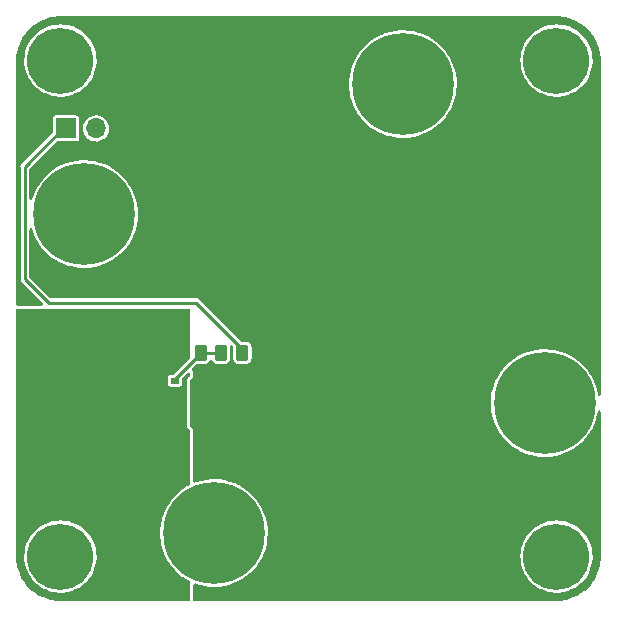
<source format=gbr>
%TF.GenerationSoftware,KiCad,Pcbnew,(6.0.0-rc1-29-g9238b27f63)*%
%TF.CreationDate,2021-12-03T12:51:39+01:00*%
%TF.ProjectId,robolympics_power,726f626f-6c79-46d7-9069-63735f706f77,rev?*%
%TF.SameCoordinates,Original*%
%TF.FileFunction,Copper,L2,Bot*%
%TF.FilePolarity,Positive*%
%FSLAX46Y46*%
G04 Gerber Fmt 4.6, Leading zero omitted, Abs format (unit mm)*
G04 Created by KiCad (PCBNEW (6.0.0-rc1-29-g9238b27f63)) date 2021-12-03 12:51:39*
%MOMM*%
%LPD*%
G01*
G04 APERTURE LIST*
G04 Aperture macros list*
%AMRoundRect*
0 Rectangle with rounded corners*
0 $1 Rounding radius*
0 $2 $3 $4 $5 $6 $7 $8 $9 X,Y pos of 4 corners*
0 Add a 4 corners polygon primitive as box body*
4,1,4,$2,$3,$4,$5,$6,$7,$8,$9,$2,$3,0*
0 Add four circle primitives for the rounded corners*
1,1,$1+$1,$2,$3*
1,1,$1+$1,$4,$5*
1,1,$1+$1,$6,$7*
1,1,$1+$1,$8,$9*
0 Add four rect primitives between the rounded corners*
20,1,$1+$1,$2,$3,$4,$5,0*
20,1,$1+$1,$4,$5,$6,$7,0*
20,1,$1+$1,$6,$7,$8,$9,0*
20,1,$1+$1,$8,$9,$2,$3,0*%
G04 Aperture macros list end*
%TA.AperFunction,ComponentPad*%
%ADD10R,1.700000X1.700000*%
%TD*%
%TA.AperFunction,ComponentPad*%
%ADD11O,1.700000X1.700000*%
%TD*%
%TA.AperFunction,ComponentPad*%
%ADD12C,5.600000*%
%TD*%
%TA.AperFunction,ComponentPad*%
%ADD13C,0.900000*%
%TD*%
%TA.AperFunction,ComponentPad*%
%ADD14C,8.600000*%
%TD*%
%TA.AperFunction,SMDPad,CuDef*%
%ADD15RoundRect,0.250000X-0.262500X-0.450000X0.262500X-0.450000X0.262500X0.450000X-0.262500X0.450000X0*%
%TD*%
%TA.AperFunction,SMDPad,CuDef*%
%ADD16R,0.711200X0.508000*%
%TD*%
%TA.AperFunction,SMDPad,CuDef*%
%ADD17R,4.000000X4.000000*%
%TD*%
%TA.AperFunction,Conductor*%
%ADD18C,0.250000*%
%TD*%
G04 APERTURE END LIST*
D10*
%TO.P,J1,1,Pin_1*%
%TO.N,Net-(J1-Pad1)*%
X154475000Y-84750000D03*
D11*
%TO.P,J1,2,Pin_2*%
%TO.N,GND*%
X157015000Y-84750000D03*
%TD*%
D12*
%TO.P,H10,1,1*%
%TO.N,GND*%
X154000000Y-79000000D03*
%TD*%
D13*
%TO.P,H3,1,1*%
%TO.N,GND*%
X180719581Y-83280419D03*
X183000000Y-84225000D03*
X179775000Y-81000000D03*
X180719581Y-78719581D03*
D14*
X183000000Y-81000000D03*
D13*
X185280419Y-78719581D03*
X183000000Y-77775000D03*
X186225000Y-81000000D03*
X185280419Y-83280419D03*
%TD*%
%TO.P,H4,1,1*%
%TO.N,V_PWR*%
X164719581Y-83280419D03*
X170225000Y-81000000D03*
X163775000Y-81000000D03*
X169280419Y-83280419D03*
X164719581Y-78719581D03*
X167000000Y-77775000D03*
X169280419Y-78719581D03*
D14*
X167000000Y-81000000D03*
D13*
X167000000Y-84225000D03*
%TD*%
D12*
%TO.P,H12,1,1*%
%TO.N,GND*%
X196000000Y-79000000D03*
%TD*%
D13*
%TO.P,H8,1,1*%
%TO.N,V_PWR*%
X179775000Y-119000000D03*
X183000000Y-122225000D03*
X185280419Y-121280419D03*
X183000000Y-115775000D03*
X186225000Y-119000000D03*
X180719581Y-121280419D03*
D14*
X183000000Y-119000000D03*
D13*
X180719581Y-116719581D03*
X185280419Y-116719581D03*
%TD*%
%TO.P,H5,1,1*%
%TO.N,GND*%
X197280419Y-110280419D03*
X198225000Y-108000000D03*
X195000000Y-104775000D03*
X197280419Y-105719581D03*
X191775000Y-108000000D03*
D14*
X195000000Y-108000000D03*
D13*
X192719581Y-105719581D03*
X195000000Y-111225000D03*
X192719581Y-110280419D03*
%TD*%
D12*
%TO.P,H11,1,1*%
%TO.N,GND*%
X154000000Y-121000000D03*
%TD*%
D13*
%TO.P,H6,1,1*%
%TO.N,V_BAT*%
X159225000Y-108000000D03*
X156000000Y-111225000D03*
X152775000Y-108000000D03*
X158280419Y-110280419D03*
X153719581Y-110280419D03*
X158280419Y-105719581D03*
D14*
X156000000Y-108000000D03*
D13*
X153719581Y-105719581D03*
X156000000Y-104775000D03*
%TD*%
D12*
%TO.P,H9,1,1*%
%TO.N,GND*%
X196000000Y-121000000D03*
%TD*%
D13*
%TO.P,H2,1,1*%
%TO.N,V_PWR*%
X198225000Y-92000000D03*
X192719581Y-94280419D03*
X192719581Y-89719581D03*
X197280419Y-89719581D03*
X195000000Y-88775000D03*
X197280419Y-94280419D03*
X195000000Y-95225000D03*
D14*
X195000000Y-92000000D03*
D13*
X191775000Y-92000000D03*
%TD*%
%TO.P,H1,1,1*%
%TO.N,GND*%
X158280419Y-94280419D03*
X158280419Y-89719581D03*
X152775000Y-92000000D03*
X156000000Y-95225000D03*
D14*
X156000000Y-92000000D03*
D13*
X153719581Y-89719581D03*
X156000000Y-88775000D03*
X153719581Y-94280419D03*
X159225000Y-92000000D03*
%TD*%
%TO.P,H7,1,1*%
%TO.N,GND*%
X169280419Y-116719581D03*
X163775000Y-119000000D03*
X170225000Y-119000000D03*
X169280419Y-121280419D03*
X167000000Y-115775000D03*
X167000000Y-122225000D03*
D14*
X167000000Y-119000000D03*
D13*
X164719581Y-121280419D03*
X164719581Y-116719581D03*
%TD*%
D15*
%TO.P,R1,1*%
%TO.N,V_BAT*%
X164087500Y-103750000D03*
%TO.P,R1,2*%
%TO.N,Net-(R1-Pad2)*%
X165912500Y-103750000D03*
%TD*%
D16*
%TO.P,U1,1,1*%
%TO.N,V_BAT*%
X163724999Y-109905000D03*
%TO.P,U1,2,2*%
X163724999Y-108635000D03*
%TO.P,U1,3,3*%
X163724999Y-107365000D03*
%TO.P,U1,4,4*%
%TO.N,Net-(R1-Pad2)*%
X163724999Y-106095000D03*
%TO.P,U1,5,5*%
%TO.N,V_PWR*%
X169275001Y-106095000D03*
%TO.P,U1,6,6*%
X169275001Y-107365000D03*
%TO.P,U1,7,7*%
X169275001Y-108635000D03*
D17*
%TO.P,U1,8,8*%
X167000000Y-108000000D03*
D16*
X169275001Y-109905000D03*
%TD*%
D15*
%TO.P,R2,1*%
%TO.N,Net-(R1-Pad2)*%
X167587500Y-103750000D03*
%TO.P,R2,2*%
%TO.N,Net-(J1-Pad1)*%
X169412500Y-103750000D03*
%TD*%
D18*
%TO.N,Net-(J1-Pad1)*%
X153000000Y-99500000D02*
X165500000Y-99500000D01*
X151000000Y-97500000D02*
X153000000Y-99500000D01*
X169412500Y-103412500D02*
X169412500Y-103750000D01*
X151000000Y-88000000D02*
X151000000Y-97500000D01*
X154250000Y-84750000D02*
X151000000Y-88000000D01*
X154475000Y-84750000D02*
X154250000Y-84750000D01*
X165500000Y-99500000D02*
X169412500Y-103412500D01*
%TO.N,Net-(R1-Pad2)*%
X163724999Y-105937501D02*
X165912500Y-103750000D01*
X163724999Y-106095000D02*
X163724999Y-105937501D01*
X167587500Y-103750000D02*
X165912500Y-103750000D01*
%TD*%
%TA.AperFunction,Conductor*%
%TO.N,V_PWR*%
G36*
X195987153Y-75256421D02*
G01*
X196000000Y-75258976D01*
X196012170Y-75256556D01*
X196024581Y-75256556D01*
X196024581Y-75256560D01*
X196035584Y-75255749D01*
X196246485Y-75266109D01*
X196360994Y-75271735D01*
X196373290Y-75272945D01*
X196724684Y-75325070D01*
X196736805Y-75327480D01*
X196839577Y-75353223D01*
X197081400Y-75413798D01*
X197093232Y-75417387D01*
X197427704Y-75537062D01*
X197439128Y-75541794D01*
X197760258Y-75693677D01*
X197771163Y-75699506D01*
X198075860Y-75882135D01*
X198086141Y-75889005D01*
X198371465Y-76100616D01*
X198381023Y-76108460D01*
X198644235Y-76347021D01*
X198652979Y-76355765D01*
X198891540Y-76618977D01*
X198899384Y-76628535D01*
X199110995Y-76913859D01*
X199117865Y-76924140D01*
X199139900Y-76960903D01*
X199262899Y-77166113D01*
X199300494Y-77228837D01*
X199306323Y-77239742D01*
X199458206Y-77560872D01*
X199462938Y-77572296D01*
X199582613Y-77906768D01*
X199586202Y-77918600D01*
X199630076Y-78093751D01*
X199661073Y-78217495D01*
X199672519Y-78263191D01*
X199674930Y-78275316D01*
X199724142Y-78607071D01*
X199727054Y-78626705D01*
X199728266Y-78639011D01*
X199744251Y-78964416D01*
X199743440Y-78975419D01*
X199743444Y-78975419D01*
X199743444Y-78987830D01*
X199741024Y-79000000D01*
X199743579Y-79012844D01*
X199746000Y-79037425D01*
X199746000Y-107237996D01*
X199725998Y-107306117D01*
X199672342Y-107352610D01*
X199602068Y-107362714D01*
X199537488Y-107333220D01*
X199499104Y-107273494D01*
X199495166Y-107255096D01*
X199484848Y-107179774D01*
X199484461Y-107176947D01*
X199427613Y-106930707D01*
X199392054Y-106776685D01*
X199392053Y-106776683D01*
X199391410Y-106773896D01*
X199262211Y-106380938D01*
X199261080Y-106378323D01*
X199261076Y-106378314D01*
X199159236Y-106142977D01*
X199097930Y-106001306D01*
X198972532Y-105771310D01*
X198901288Y-105640638D01*
X198901284Y-105640631D01*
X198899918Y-105638126D01*
X198758276Y-105426543D01*
X198671397Y-105296764D01*
X198671389Y-105296753D01*
X198669805Y-105294387D01*
X198409484Y-104972918D01*
X198148101Y-104704131D01*
X198123090Y-104678412D01*
X198123086Y-104678408D01*
X198121100Y-104676366D01*
X198118942Y-104674516D01*
X198118932Y-104674507D01*
X197809199Y-104409034D01*
X197809194Y-104409030D01*
X197807025Y-104407171D01*
X197804694Y-104405514D01*
X197804687Y-104405509D01*
X197472181Y-104169210D01*
X197472179Y-104169209D01*
X197469845Y-104167550D01*
X197241001Y-104034359D01*
X197114792Y-103960903D01*
X197114785Y-103960899D01*
X197112336Y-103959474D01*
X197033296Y-103922617D01*
X196740035Y-103785867D01*
X196740025Y-103785863D01*
X196737439Y-103784657D01*
X196734742Y-103783686D01*
X196350931Y-103645505D01*
X196350922Y-103645502D01*
X196348241Y-103644537D01*
X196083215Y-103575503D01*
X195950714Y-103540989D01*
X195950708Y-103540988D01*
X195947945Y-103540268D01*
X195539847Y-103472708D01*
X195537004Y-103472499D01*
X195537002Y-103472499D01*
X195130151Y-103442622D01*
X195127305Y-103442413D01*
X194955690Y-103445408D01*
X194716566Y-103449582D01*
X194716561Y-103449582D01*
X194713715Y-103449632D01*
X194710882Y-103449940D01*
X194710878Y-103449940D01*
X194377391Y-103486168D01*
X194302482Y-103494306D01*
X193896990Y-103576068D01*
X193500577Y-103694243D01*
X193116506Y-103847861D01*
X193113959Y-103849159D01*
X192750482Y-104034359D01*
X192750477Y-104034362D01*
X192747939Y-104035655D01*
X192397909Y-104256081D01*
X192069297Y-104507324D01*
X191764808Y-104787315D01*
X191486949Y-105093751D01*
X191485225Y-105096038D01*
X191485224Y-105096040D01*
X191248190Y-105410595D01*
X191238006Y-105424109D01*
X191200048Y-105485330D01*
X191106786Y-105635747D01*
X191020030Y-105775670D01*
X190834813Y-106145539D01*
X190683880Y-106530673D01*
X190683088Y-106533400D01*
X190683084Y-106533411D01*
X190614010Y-106771167D01*
X190568475Y-106927901D01*
X190489546Y-107333954D01*
X190447744Y-107745489D01*
X190443412Y-108159120D01*
X190476587Y-108571440D01*
X190546995Y-108979057D01*
X190547737Y-108981825D01*
X190637018Y-109315027D01*
X190654056Y-109378615D01*
X190796889Y-109766825D01*
X190798111Y-109769398D01*
X190798112Y-109769401D01*
X190949831Y-110088919D01*
X190974320Y-110140492D01*
X191063486Y-110291264D01*
X191151771Y-110440546D01*
X191184886Y-110496541D01*
X191186548Y-110498845D01*
X191186549Y-110498847D01*
X191390676Y-110781875D01*
X191426855Y-110832039D01*
X191698236Y-111144227D01*
X191996794Y-111430534D01*
X192320072Y-111688604D01*
X192665410Y-111916312D01*
X193029963Y-112111784D01*
X193032602Y-112112904D01*
X193357477Y-112250805D01*
X193410733Y-112273411D01*
X193413471Y-112274290D01*
X193801858Y-112398987D01*
X193801862Y-112398988D01*
X193804584Y-112399862D01*
X193807374Y-112400486D01*
X193807379Y-112400487D01*
X193943351Y-112430880D01*
X194208275Y-112490098D01*
X194618482Y-112543375D01*
X195031830Y-112559254D01*
X195034692Y-112559104D01*
X195034693Y-112559104D01*
X195442060Y-112537755D01*
X195442067Y-112537754D01*
X195444916Y-112537605D01*
X195447739Y-112537198D01*
X195447741Y-112537198D01*
X195851518Y-112479013D01*
X195851525Y-112479012D01*
X195854340Y-112478606D01*
X196256731Y-112382743D01*
X196259429Y-112381835D01*
X196259436Y-112381833D01*
X196646066Y-112251718D01*
X196646072Y-112251716D01*
X196648778Y-112250805D01*
X197027254Y-112083877D01*
X197389043Y-111883334D01*
X197391415Y-111881722D01*
X197728800Y-111652436D01*
X197728806Y-111652432D01*
X197731167Y-111650827D01*
X198050811Y-111388269D01*
X198345342Y-111097821D01*
X198612338Y-110781875D01*
X198849599Y-110443030D01*
X198939224Y-110286537D01*
X199053752Y-110086559D01*
X199055174Y-110084076D01*
X199072625Y-110045961D01*
X199226181Y-109710565D01*
X199227370Y-109707968D01*
X199364769Y-109317801D01*
X199466241Y-108916788D01*
X199495551Y-108731733D01*
X199525964Y-108667580D01*
X199586232Y-108630053D01*
X199657221Y-108631067D01*
X199716393Y-108670300D01*
X199744961Y-108735295D01*
X199746000Y-108751444D01*
X199746000Y-120962575D01*
X199743579Y-120987153D01*
X199741024Y-121000000D01*
X199743444Y-121012170D01*
X199743444Y-121024581D01*
X199743440Y-121024581D01*
X199744251Y-121035584D01*
X199728266Y-121360989D01*
X199727055Y-121373290D01*
X199687572Y-121639461D01*
X199674931Y-121724681D01*
X199672520Y-121736805D01*
X199660682Y-121784064D01*
X199586202Y-122081400D01*
X199582613Y-122093232D01*
X199462938Y-122427704D01*
X199458206Y-122439128D01*
X199338135Y-122692998D01*
X199306323Y-122760258D01*
X199300496Y-122771158D01*
X199224353Y-122898196D01*
X199117865Y-123075860D01*
X199110995Y-123086141D01*
X198899384Y-123371465D01*
X198891540Y-123381023D01*
X198652979Y-123644235D01*
X198644235Y-123652979D01*
X198381023Y-123891540D01*
X198371465Y-123899384D01*
X198086141Y-124110995D01*
X198075860Y-124117865D01*
X197771163Y-124300494D01*
X197760258Y-124306323D01*
X197439128Y-124458206D01*
X197427704Y-124462938D01*
X197093232Y-124582613D01*
X197081400Y-124586202D01*
X196839577Y-124646777D01*
X196736805Y-124672520D01*
X196724684Y-124674930D01*
X196373290Y-124727055D01*
X196360994Y-124728265D01*
X196246485Y-124733891D01*
X196035584Y-124744251D01*
X196024581Y-124743440D01*
X196024581Y-124743444D01*
X196012170Y-124743444D01*
X196000000Y-124741024D01*
X195987153Y-124743579D01*
X195962575Y-124746000D01*
X165380000Y-124746000D01*
X165311879Y-124725998D01*
X165265386Y-124672342D01*
X165254000Y-124620000D01*
X165254000Y-123395878D01*
X165274002Y-123327757D01*
X165327658Y-123281264D01*
X165397932Y-123271160D01*
X165418515Y-123275910D01*
X165577707Y-123327020D01*
X165801858Y-123398987D01*
X165801862Y-123398988D01*
X165804584Y-123399862D01*
X165807374Y-123400486D01*
X165807379Y-123400487D01*
X165943351Y-123430880D01*
X166208275Y-123490098D01*
X166618482Y-123543375D01*
X167031830Y-123559254D01*
X167034692Y-123559104D01*
X167034693Y-123559104D01*
X167442060Y-123537755D01*
X167442067Y-123537754D01*
X167444916Y-123537605D01*
X167447739Y-123537198D01*
X167447741Y-123537198D01*
X167851518Y-123479013D01*
X167851525Y-123479012D01*
X167854340Y-123478606D01*
X168256731Y-123382743D01*
X168259429Y-123381835D01*
X168259436Y-123381833D01*
X168646066Y-123251718D01*
X168646072Y-123251716D01*
X168648778Y-123250805D01*
X169027254Y-123083877D01*
X169389043Y-122883334D01*
X169570144Y-122760258D01*
X169728800Y-122652436D01*
X169728806Y-122652432D01*
X169731167Y-122650827D01*
X170050811Y-122388269D01*
X170345342Y-122097821D01*
X170612338Y-121781875D01*
X170624735Y-121764171D01*
X170712057Y-121639461D01*
X170849599Y-121443030D01*
X170893044Y-121367172D01*
X171053752Y-121086559D01*
X171055174Y-121084076D01*
X171094662Y-120997828D01*
X171113224Y-120957285D01*
X192940985Y-120957285D01*
X192955288Y-121298537D01*
X193007540Y-121636067D01*
X193097091Y-121965669D01*
X193222825Y-122283235D01*
X193224470Y-122286329D01*
X193224471Y-122286331D01*
X193285678Y-122401444D01*
X193383173Y-122584807D01*
X193385163Y-122587713D01*
X193385164Y-122587715D01*
X193574147Y-122863718D01*
X193574152Y-122863724D01*
X193576138Y-122866625D01*
X193578441Y-122869293D01*
X193761325Y-123081166D01*
X193799314Y-123125177D01*
X194049921Y-123357241D01*
X194052747Y-123359324D01*
X194052750Y-123359327D01*
X194108578Y-123400487D01*
X194324833Y-123559924D01*
X194327870Y-123561678D01*
X194327874Y-123561680D01*
X194442444Y-123627827D01*
X194620624Y-123730699D01*
X194743621Y-123784435D01*
X194930388Y-123866032D01*
X194930391Y-123866033D01*
X194933609Y-123867439D01*
X194936966Y-123868478D01*
X194936971Y-123868480D01*
X195072639Y-123910476D01*
X195259885Y-123968438D01*
X195595386Y-124032439D01*
X195850610Y-124052077D01*
X195932434Y-124058373D01*
X195932435Y-124058373D01*
X195935931Y-124058642D01*
X196142793Y-124051418D01*
X196273758Y-124046845D01*
X196273763Y-124046845D01*
X196277273Y-124046722D01*
X196446217Y-124021774D01*
X196611681Y-123997341D01*
X196611686Y-123997340D01*
X196615160Y-123996827D01*
X196618552Y-123995931D01*
X196618556Y-123995930D01*
X196941989Y-123910476D01*
X196941990Y-123910476D01*
X196945380Y-123909580D01*
X197263816Y-123786066D01*
X197566499Y-123627827D01*
X197770691Y-123490098D01*
X197846742Y-123438801D01*
X197846744Y-123438800D01*
X197849658Y-123436834D01*
X197940729Y-123359327D01*
X198107089Y-123217743D01*
X198107090Y-123217742D01*
X198109762Y-123215468D01*
X198231208Y-123086141D01*
X198341159Y-122969056D01*
X198341163Y-122969051D01*
X198343570Y-122966488D01*
X198345675Y-122963674D01*
X198345681Y-122963667D01*
X198546058Y-122695817D01*
X198548167Y-122692998D01*
X198721003Y-122398406D01*
X198853935Y-122099835D01*
X198858492Y-122089600D01*
X198858494Y-122089595D01*
X198859924Y-122086383D01*
X198963199Y-121760820D01*
X199029540Y-121425774D01*
X199058120Y-121085421D01*
X199058176Y-121081477D01*
X199059283Y-121002178D01*
X199059283Y-121002166D01*
X199059313Y-121000000D01*
X199057915Y-120974983D01*
X199040443Y-120662491D01*
X199040247Y-120658982D01*
X198983287Y-120322214D01*
X198889143Y-119993894D01*
X198843365Y-119882829D01*
X198760326Y-119681359D01*
X198760322Y-119681351D01*
X198758988Y-119678114D01*
X198594445Y-119378811D01*
X198571168Y-119345813D01*
X198399595Y-119102594D01*
X198399594Y-119102593D01*
X198397564Y-119099715D01*
X198170799Y-118844303D01*
X197916977Y-118615761D01*
X197879916Y-118589228D01*
X197642129Y-118418989D01*
X197642122Y-118418985D01*
X197639262Y-118416937D01*
X197341115Y-118250308D01*
X197026251Y-118117951D01*
X197022882Y-118116960D01*
X197022878Y-118116958D01*
X196890990Y-118078141D01*
X196698597Y-118021517D01*
X196695138Y-118020907D01*
X196695129Y-118020905D01*
X196462591Y-117979903D01*
X196362235Y-117962208D01*
X196283811Y-117957274D01*
X196024876Y-117940983D01*
X196024870Y-117940983D01*
X196021358Y-117940762D01*
X195941603Y-117944663D01*
X195683722Y-117957274D01*
X195683713Y-117957275D01*
X195680215Y-117957446D01*
X195676747Y-117958008D01*
X195676744Y-117958008D01*
X195346532Y-118011491D01*
X195346529Y-118011492D01*
X195343057Y-118012054D01*
X195339670Y-118013000D01*
X195339664Y-118013001D01*
X195068941Y-118088589D01*
X195014088Y-118103904D01*
X194975947Y-118119314D01*
X194700672Y-118230532D01*
X194700668Y-118230534D01*
X194697408Y-118231851D01*
X194694321Y-118233520D01*
X194694317Y-118233522D01*
X194665793Y-118248945D01*
X194396963Y-118394301D01*
X194116499Y-118589228D01*
X194113857Y-118591541D01*
X194113853Y-118591544D01*
X194083498Y-118618118D01*
X193859511Y-118814204D01*
X193629202Y-119066425D01*
X193428444Y-119342745D01*
X193426702Y-119345811D01*
X193426701Y-119345813D01*
X193407956Y-119378811D01*
X193259737Y-119639722D01*
X193125186Y-119953653D01*
X193026467Y-120280627D01*
X192964811Y-120616566D01*
X192940985Y-120957285D01*
X171113224Y-120957285D01*
X171226181Y-120710565D01*
X171227370Y-120707968D01*
X171364769Y-120317801D01*
X171373298Y-120284094D01*
X171465538Y-119919567D01*
X171465539Y-119919563D01*
X171466241Y-119916788D01*
X171530951Y-119508228D01*
X171558365Y-119095484D01*
X171559365Y-119000000D01*
X171540600Y-118586773D01*
X171484461Y-118176947D01*
X171471156Y-118119314D01*
X171392054Y-117776685D01*
X171392053Y-117776683D01*
X171391410Y-117773896D01*
X171262211Y-117380938D01*
X171261080Y-117378323D01*
X171261076Y-117378314D01*
X171180070Y-117191122D01*
X171097930Y-117001306D01*
X170899918Y-116638126D01*
X170818639Y-116516713D01*
X170671397Y-116296764D01*
X170671389Y-116296753D01*
X170669805Y-116294387D01*
X170409484Y-115972918D01*
X170121100Y-115676366D01*
X170118942Y-115674516D01*
X170118932Y-115674507D01*
X169809199Y-115409034D01*
X169809194Y-115409030D01*
X169807025Y-115407171D01*
X169804694Y-115405514D01*
X169804687Y-115405509D01*
X169472181Y-115169210D01*
X169472179Y-115169209D01*
X169469845Y-115167550D01*
X169467376Y-115166113D01*
X169114792Y-114960903D01*
X169114785Y-114960899D01*
X169112336Y-114959474D01*
X169033296Y-114922617D01*
X168740035Y-114785867D01*
X168740025Y-114785863D01*
X168737439Y-114784657D01*
X168734742Y-114783686D01*
X168350931Y-114645505D01*
X168350922Y-114645502D01*
X168348241Y-114644537D01*
X168083215Y-114575503D01*
X167950714Y-114540989D01*
X167950708Y-114540988D01*
X167947945Y-114540268D01*
X167539847Y-114472708D01*
X167537004Y-114472499D01*
X167537002Y-114472499D01*
X167130151Y-114442622D01*
X167127305Y-114442413D01*
X166955690Y-114445408D01*
X166716566Y-114449582D01*
X166716561Y-114449582D01*
X166713715Y-114449632D01*
X166710882Y-114449940D01*
X166710878Y-114449940D01*
X166377391Y-114486168D01*
X166302482Y-114494306D01*
X165896990Y-114576068D01*
X165500577Y-114694243D01*
X165426792Y-114723755D01*
X165356115Y-114730481D01*
X165293021Y-114697929D01*
X165257542Y-114636433D01*
X165254000Y-114606766D01*
X165254000Y-110362436D01*
X165242395Y-110286537D01*
X165219894Y-110214677D01*
X165200432Y-110168851D01*
X165178790Y-110142953D01*
X165140849Y-110097553D01*
X165140847Y-110097551D01*
X165136880Y-110092804D01*
X165081600Y-110048255D01*
X165061202Y-110036151D01*
X165012826Y-109984186D01*
X164999501Y-109927792D01*
X164999500Y-106071706D01*
X165019502Y-106003585D01*
X165060241Y-105963923D01*
X165085097Y-105948874D01*
X165142878Y-105900586D01*
X165177773Y-105865063D01*
X165223709Y-105777246D01*
X165243711Y-105709125D01*
X165254000Y-105637565D01*
X165254000Y-105503384D01*
X165253838Y-105494319D01*
X165253517Y-105485330D01*
X165237664Y-105405630D01*
X165212853Y-105339110D01*
X165193312Y-105298267D01*
X165187292Y-105291565D01*
X165187288Y-105291559D01*
X165134762Y-105233083D01*
X165104121Y-105169039D01*
X165112970Y-105098596D01*
X165139404Y-105059790D01*
X165462545Y-104736649D01*
X165524857Y-104702623D01*
X165565248Y-104700481D01*
X165584966Y-104702623D01*
X165602244Y-104704500D01*
X166222756Y-104704500D01*
X166240034Y-104702623D01*
X166276597Y-104698651D01*
X166276598Y-104698651D01*
X166284448Y-104697798D01*
X166291841Y-104695026D01*
X166291843Y-104695026D01*
X166336161Y-104678412D01*
X166419764Y-104647071D01*
X166426943Y-104641691D01*
X166426946Y-104641689D01*
X166528224Y-104565785D01*
X166535404Y-104560404D01*
X166576492Y-104505580D01*
X166616689Y-104451946D01*
X166616691Y-104451943D01*
X166622071Y-104444764D01*
X166632018Y-104418230D01*
X166674659Y-104361465D01*
X166741220Y-104336765D01*
X166810569Y-104351972D01*
X166860688Y-104402258D01*
X166867982Y-104418230D01*
X166877929Y-104444764D01*
X166883309Y-104451943D01*
X166883311Y-104451946D01*
X166923508Y-104505580D01*
X166964596Y-104560404D01*
X166971776Y-104565785D01*
X167073054Y-104641689D01*
X167073057Y-104641691D01*
X167080236Y-104647071D01*
X167163839Y-104678412D01*
X167208157Y-104695026D01*
X167208159Y-104695026D01*
X167215552Y-104697798D01*
X167223402Y-104698651D01*
X167223403Y-104698651D01*
X167259966Y-104702623D01*
X167277244Y-104704500D01*
X167897756Y-104704500D01*
X167915034Y-104702623D01*
X167951597Y-104698651D01*
X167951598Y-104698651D01*
X167959448Y-104697798D01*
X167966841Y-104695026D01*
X167966843Y-104695026D01*
X168011161Y-104678412D01*
X168094764Y-104647071D01*
X168101943Y-104641691D01*
X168101946Y-104641689D01*
X168203224Y-104565785D01*
X168210404Y-104560404D01*
X168251492Y-104505580D01*
X168291689Y-104451946D01*
X168291691Y-104451943D01*
X168297071Y-104444764D01*
X168331857Y-104351972D01*
X168345026Y-104316843D01*
X168345026Y-104316841D01*
X168347798Y-104309448D01*
X168354500Y-104247756D01*
X168354500Y-103252244D01*
X168349139Y-103202894D01*
X168361667Y-103133011D01*
X168409988Y-103080996D01*
X168478760Y-103063361D01*
X168546148Y-103085707D01*
X168563497Y-103100191D01*
X168609676Y-103146370D01*
X168643702Y-103208682D01*
X168645653Y-103245428D01*
X168646053Y-103245450D01*
X168645869Y-103248847D01*
X168645500Y-103252244D01*
X168645500Y-104247756D01*
X168652202Y-104309448D01*
X168654974Y-104316841D01*
X168654974Y-104316843D01*
X168668143Y-104351972D01*
X168702929Y-104444764D01*
X168708309Y-104451943D01*
X168708311Y-104451946D01*
X168748508Y-104505580D01*
X168789596Y-104560404D01*
X168796776Y-104565785D01*
X168898054Y-104641689D01*
X168898057Y-104641691D01*
X168905236Y-104647071D01*
X168988839Y-104678412D01*
X169033157Y-104695026D01*
X169033159Y-104695026D01*
X169040552Y-104697798D01*
X169048402Y-104698651D01*
X169048403Y-104698651D01*
X169084966Y-104702623D01*
X169102244Y-104704500D01*
X169722756Y-104704500D01*
X169740034Y-104702623D01*
X169776597Y-104698651D01*
X169776598Y-104698651D01*
X169784448Y-104697798D01*
X169791841Y-104695026D01*
X169791843Y-104695026D01*
X169836161Y-104678412D01*
X169919764Y-104647071D01*
X169926943Y-104641691D01*
X169926946Y-104641689D01*
X170028224Y-104565785D01*
X170035404Y-104560404D01*
X170076492Y-104505580D01*
X170116689Y-104451946D01*
X170116691Y-104451943D01*
X170122071Y-104444764D01*
X170156857Y-104351972D01*
X170170026Y-104316843D01*
X170170026Y-104316841D01*
X170172798Y-104309448D01*
X170179500Y-104247756D01*
X170179500Y-103252244D01*
X170172798Y-103190552D01*
X170162558Y-103163235D01*
X170151227Y-103133011D01*
X170122071Y-103055236D01*
X170116691Y-103048057D01*
X170116689Y-103048054D01*
X170040785Y-102946776D01*
X170035404Y-102939596D01*
X170014977Y-102924287D01*
X169926946Y-102858311D01*
X169926943Y-102858309D01*
X169919764Y-102852929D01*
X169824112Y-102817071D01*
X169791843Y-102804974D01*
X169791841Y-102804974D01*
X169784448Y-102802202D01*
X169776598Y-102801349D01*
X169776597Y-102801349D01*
X169726153Y-102795869D01*
X169726152Y-102795869D01*
X169722756Y-102795500D01*
X169384384Y-102795500D01*
X169316263Y-102775498D01*
X169295289Y-102758595D01*
X165806478Y-99269784D01*
X165791336Y-99251036D01*
X165790221Y-99249811D01*
X165784571Y-99241060D01*
X165776393Y-99234613D01*
X165776391Y-99234611D01*
X165758200Y-99220271D01*
X165753759Y-99216325D01*
X165753697Y-99216398D01*
X165749733Y-99213039D01*
X165746056Y-99209362D01*
X165730308Y-99198108D01*
X165725638Y-99194602D01*
X165685353Y-99162844D01*
X165676719Y-99159812D01*
X165669266Y-99154486D01*
X165620150Y-99139797D01*
X165614508Y-99137964D01*
X165573633Y-99123610D01*
X165573632Y-99123610D01*
X165566149Y-99120982D01*
X165560584Y-99120500D01*
X165557876Y-99120500D01*
X165555242Y-99120386D01*
X165555144Y-99120357D01*
X165555151Y-99120193D01*
X165554447Y-99120149D01*
X165548222Y-99118287D01*
X165494365Y-99120403D01*
X165489418Y-99120500D01*
X153209384Y-99120500D01*
X153141263Y-99100498D01*
X153120289Y-99083595D01*
X151416405Y-97379711D01*
X151382379Y-97317399D01*
X151379500Y-97290616D01*
X151379500Y-93311024D01*
X151399502Y-93242903D01*
X151453158Y-93196410D01*
X151523432Y-93186306D01*
X151588012Y-93215800D01*
X151627207Y-93278413D01*
X151654056Y-93378615D01*
X151796889Y-93766825D01*
X151798111Y-93769398D01*
X151798112Y-93769401D01*
X151973091Y-94137904D01*
X151974320Y-94140492D01*
X152092755Y-94340756D01*
X152151771Y-94440546D01*
X152184886Y-94496541D01*
X152186548Y-94498845D01*
X152186549Y-94498847D01*
X152390676Y-94781875D01*
X152426855Y-94832039D01*
X152698236Y-95144227D01*
X152996794Y-95430534D01*
X153320072Y-95688604D01*
X153665410Y-95916312D01*
X154029963Y-96111784D01*
X154032602Y-96112904D01*
X154357477Y-96250805D01*
X154410733Y-96273411D01*
X154413471Y-96274290D01*
X154801858Y-96398987D01*
X154801862Y-96398988D01*
X154804584Y-96399862D01*
X154807374Y-96400486D01*
X154807379Y-96400487D01*
X154943351Y-96430880D01*
X155208275Y-96490098D01*
X155618482Y-96543375D01*
X156031830Y-96559254D01*
X156034692Y-96559104D01*
X156034693Y-96559104D01*
X156442060Y-96537755D01*
X156442067Y-96537754D01*
X156444916Y-96537605D01*
X156447739Y-96537198D01*
X156447741Y-96537198D01*
X156851518Y-96479013D01*
X156851525Y-96479012D01*
X156854340Y-96478606D01*
X157256731Y-96382743D01*
X157259429Y-96381835D01*
X157259436Y-96381833D01*
X157646066Y-96251718D01*
X157646072Y-96251716D01*
X157648778Y-96250805D01*
X158027254Y-96083877D01*
X158389043Y-95883334D01*
X158391415Y-95881722D01*
X158728800Y-95652436D01*
X158728806Y-95652432D01*
X158731167Y-95650827D01*
X159050811Y-95388269D01*
X159345342Y-95097821D01*
X159612338Y-94781875D01*
X159849599Y-94443030D01*
X160055174Y-94084076D01*
X160227370Y-93707968D01*
X160364769Y-93317801D01*
X160466241Y-92916788D01*
X160530951Y-92508228D01*
X160537647Y-92407412D01*
X160558249Y-92097235D01*
X160558249Y-92097224D01*
X160558365Y-92095484D01*
X160559365Y-92000000D01*
X160540600Y-91586773D01*
X160484461Y-91176947D01*
X160391410Y-90773896D01*
X160262211Y-90380938D01*
X160261080Y-90378323D01*
X160261076Y-90378314D01*
X160159236Y-90142977D01*
X160097930Y-90001306D01*
X159899918Y-89638126D01*
X159758276Y-89426543D01*
X159671397Y-89296764D01*
X159671389Y-89296753D01*
X159669805Y-89294387D01*
X159409484Y-88972918D01*
X159121100Y-88676366D01*
X159118942Y-88674516D01*
X159118932Y-88674507D01*
X158809199Y-88409034D01*
X158809194Y-88409030D01*
X158807025Y-88407171D01*
X158804694Y-88405514D01*
X158804687Y-88405509D01*
X158472181Y-88169210D01*
X158472179Y-88169209D01*
X158469845Y-88167550D01*
X158241001Y-88034359D01*
X158114792Y-87960903D01*
X158114785Y-87960899D01*
X158112336Y-87959474D01*
X157941569Y-87879844D01*
X157740035Y-87785867D01*
X157740025Y-87785863D01*
X157737439Y-87784657D01*
X157663863Y-87758168D01*
X157350931Y-87645505D01*
X157350922Y-87645502D01*
X157348241Y-87644537D01*
X157083215Y-87575503D01*
X156950714Y-87540989D01*
X156950708Y-87540988D01*
X156947945Y-87540268D01*
X156539847Y-87472708D01*
X156537004Y-87472499D01*
X156537002Y-87472499D01*
X156130151Y-87442622D01*
X156127305Y-87442413D01*
X155955690Y-87445408D01*
X155716566Y-87449582D01*
X155716561Y-87449582D01*
X155713715Y-87449632D01*
X155710882Y-87449940D01*
X155710878Y-87449940D01*
X155377391Y-87486168D01*
X155302482Y-87494306D01*
X154896990Y-87576068D01*
X154500577Y-87694243D01*
X154116506Y-87847861D01*
X154042651Y-87885492D01*
X153750482Y-88034359D01*
X153750477Y-88034362D01*
X153747939Y-88035655D01*
X153397909Y-88256081D01*
X153069297Y-88507324D01*
X152764808Y-88787315D01*
X152486949Y-89093751D01*
X152238006Y-89424109D01*
X152236497Y-89426543D01*
X152106786Y-89635747D01*
X152020030Y-89775670D01*
X151834813Y-90145539D01*
X151683880Y-90530673D01*
X151683088Y-90533400D01*
X151683084Y-90533411D01*
X151626497Y-90728187D01*
X151588284Y-90788022D01*
X151523788Y-90817700D01*
X151453485Y-90807797D01*
X151399697Y-90761457D01*
X151379500Y-90693034D01*
X151379500Y-88209384D01*
X151399502Y-88141263D01*
X151416405Y-88120289D01*
X153645289Y-85891405D01*
X153707601Y-85857379D01*
X153734384Y-85854500D01*
X155173248Y-85854499D01*
X155350066Y-85854499D01*
X155385818Y-85847388D01*
X155412126Y-85842156D01*
X155412128Y-85842155D01*
X155424301Y-85839734D01*
X155434621Y-85832839D01*
X155434622Y-85832838D01*
X155498168Y-85790377D01*
X155508484Y-85783484D01*
X155564734Y-85699301D01*
X155579500Y-85625067D01*
X155579499Y-84720964D01*
X155906148Y-84720964D01*
X155919424Y-84923522D01*
X155920845Y-84929118D01*
X155920846Y-84929123D01*
X155967971Y-85114674D01*
X155969392Y-85120269D01*
X155971809Y-85125512D01*
X156009010Y-85206208D01*
X156054377Y-85304616D01*
X156171533Y-85470389D01*
X156175675Y-85474424D01*
X156179968Y-85478606D01*
X156316938Y-85612035D01*
X156485720Y-85724812D01*
X156491023Y-85727090D01*
X156491026Y-85727092D01*
X156622283Y-85783484D01*
X156672228Y-85804942D01*
X156745244Y-85821464D01*
X156864579Y-85848467D01*
X156864584Y-85848468D01*
X156870216Y-85849742D01*
X156875987Y-85849969D01*
X156875989Y-85849969D01*
X156935756Y-85852317D01*
X157073053Y-85857712D01*
X157180341Y-85842156D01*
X157268231Y-85829413D01*
X157268236Y-85829412D01*
X157273945Y-85828584D01*
X157279409Y-85826729D01*
X157279414Y-85826728D01*
X157460693Y-85765192D01*
X157460698Y-85765190D01*
X157466165Y-85763334D01*
X157643276Y-85664147D01*
X157682969Y-85631135D01*
X157794913Y-85538031D01*
X157799345Y-85534345D01*
X157836665Y-85489473D01*
X157925453Y-85382718D01*
X157925455Y-85382715D01*
X157929147Y-85378276D01*
X158028334Y-85201165D01*
X158030190Y-85195698D01*
X158030192Y-85195693D01*
X158091728Y-85014414D01*
X158091729Y-85014409D01*
X158093584Y-85008945D01*
X158094412Y-85003236D01*
X158094413Y-85003231D01*
X158122179Y-84811727D01*
X158122712Y-84808053D01*
X158124232Y-84750000D01*
X158105658Y-84547859D01*
X158104090Y-84542299D01*
X158052125Y-84358046D01*
X158052124Y-84358044D01*
X158050557Y-84352487D01*
X158039978Y-84331033D01*
X157963331Y-84175609D01*
X157960776Y-84170428D01*
X157839320Y-84007779D01*
X157690258Y-83869987D01*
X157685375Y-83866906D01*
X157685371Y-83866903D01*
X157523464Y-83764748D01*
X157518581Y-83761667D01*
X157330039Y-83686446D01*
X157324379Y-83685320D01*
X157324375Y-83685319D01*
X157136613Y-83647971D01*
X157136610Y-83647971D01*
X157130946Y-83646844D01*
X157125171Y-83646768D01*
X157125167Y-83646768D01*
X157023793Y-83645441D01*
X156927971Y-83644187D01*
X156922274Y-83645166D01*
X156922273Y-83645166D01*
X156834397Y-83660266D01*
X156727910Y-83678564D01*
X156537463Y-83748824D01*
X156363010Y-83852612D01*
X156358670Y-83856418D01*
X156358666Y-83856421D01*
X156214733Y-83982648D01*
X156210392Y-83986455D01*
X156084720Y-84145869D01*
X156082031Y-84150980D01*
X156082029Y-84150983D01*
X156069073Y-84175609D01*
X155990203Y-84325515D01*
X155930007Y-84519378D01*
X155906148Y-84720964D01*
X155579499Y-84720964D01*
X155579499Y-83874934D01*
X155571397Y-83834199D01*
X155567156Y-83812874D01*
X155567155Y-83812872D01*
X155564734Y-83800699D01*
X155550585Y-83779523D01*
X155515377Y-83726832D01*
X155508484Y-83716516D01*
X155424301Y-83660266D01*
X155350067Y-83645500D01*
X154475142Y-83645500D01*
X153599934Y-83645501D01*
X153564182Y-83652612D01*
X153537874Y-83657844D01*
X153537872Y-83657845D01*
X153525699Y-83660266D01*
X153515379Y-83667161D01*
X153515378Y-83667162D01*
X153454985Y-83707516D01*
X153441516Y-83716516D01*
X153385266Y-83800699D01*
X153370500Y-83874933D01*
X153370500Y-83881120D01*
X153370501Y-85040615D01*
X153350499Y-85108736D01*
X153333596Y-85129710D01*
X150769784Y-87693522D01*
X150751036Y-87708664D01*
X150749811Y-87709779D01*
X150741060Y-87715429D01*
X150734613Y-87723607D01*
X150734611Y-87723609D01*
X150720271Y-87741800D01*
X150716325Y-87746241D01*
X150716398Y-87746303D01*
X150713039Y-87750267D01*
X150709362Y-87753944D01*
X150698108Y-87769692D01*
X150694602Y-87774362D01*
X150662844Y-87814647D01*
X150659812Y-87823281D01*
X150654486Y-87830734D01*
X150651501Y-87840715D01*
X150639799Y-87879844D01*
X150637964Y-87885492D01*
X150620982Y-87933851D01*
X150620500Y-87939416D01*
X150620500Y-87942124D01*
X150620386Y-87944758D01*
X150620357Y-87944856D01*
X150620193Y-87944849D01*
X150620149Y-87945553D01*
X150618287Y-87951778D01*
X150618696Y-87962183D01*
X150620403Y-88005635D01*
X150620500Y-88010582D01*
X150620500Y-97446080D01*
X150617951Y-97470028D01*
X150617872Y-97471693D01*
X150615680Y-97481876D01*
X150616904Y-97492217D01*
X150619627Y-97515223D01*
X150619977Y-97521154D01*
X150620072Y-97521146D01*
X150620500Y-97526324D01*
X150620500Y-97531524D01*
X150621354Y-97536653D01*
X150621354Y-97536656D01*
X150623669Y-97550565D01*
X150624506Y-97556443D01*
X150630530Y-97607341D01*
X150634493Y-97615593D01*
X150635996Y-97624626D01*
X150640943Y-97633795D01*
X150640944Y-97633797D01*
X150660334Y-97669732D01*
X150663031Y-97675025D01*
X150681785Y-97714082D01*
X150681788Y-97714086D01*
X150685219Y-97721232D01*
X150688814Y-97725508D01*
X150690737Y-97727431D01*
X150692509Y-97729363D01*
X150692552Y-97729442D01*
X150692428Y-97729555D01*
X150692904Y-97730095D01*
X150695990Y-97735814D01*
X150703635Y-97742881D01*
X150735586Y-97772416D01*
X150739152Y-97775846D01*
X152494211Y-99530905D01*
X152528237Y-99593217D01*
X152523172Y-99664032D01*
X152480625Y-99720868D01*
X152414105Y-99745679D01*
X152405116Y-99746000D01*
X150380000Y-99746000D01*
X150311879Y-99725998D01*
X150265386Y-99672342D01*
X150254000Y-99620000D01*
X150254000Y-79037425D01*
X150256421Y-79012844D01*
X150258976Y-79000000D01*
X150256556Y-78987830D01*
X150256556Y-78975419D01*
X150256560Y-78975419D01*
X150255749Y-78964416D01*
X150256099Y-78957285D01*
X150940985Y-78957285D01*
X150955288Y-79298537D01*
X151007540Y-79636067D01*
X151097091Y-79965669D01*
X151222825Y-80283235D01*
X151224470Y-80286329D01*
X151224471Y-80286331D01*
X151285678Y-80401444D01*
X151383173Y-80584807D01*
X151385163Y-80587713D01*
X151385164Y-80587715D01*
X151574147Y-80863718D01*
X151574152Y-80863724D01*
X151576138Y-80866625D01*
X151578441Y-80869293D01*
X151773684Y-81095484D01*
X151799314Y-81125177D01*
X152049921Y-81357241D01*
X152324833Y-81559924D01*
X152327870Y-81561678D01*
X152327874Y-81561680D01*
X152442444Y-81627827D01*
X152620624Y-81730699D01*
X152743621Y-81784435D01*
X152930388Y-81866032D01*
X152930391Y-81866033D01*
X152933609Y-81867439D01*
X152936966Y-81868478D01*
X152936971Y-81868480D01*
X153256525Y-81967398D01*
X153259885Y-81968438D01*
X153595386Y-82032439D01*
X153850610Y-82052077D01*
X153932434Y-82058373D01*
X153932435Y-82058373D01*
X153935931Y-82058642D01*
X154142793Y-82051418D01*
X154273758Y-82046845D01*
X154273763Y-82046845D01*
X154277273Y-82046722D01*
X154446216Y-82021775D01*
X154611681Y-81997341D01*
X154611686Y-81997340D01*
X154615160Y-81996827D01*
X154618552Y-81995931D01*
X154618556Y-81995930D01*
X154941989Y-81910476D01*
X154941990Y-81910476D01*
X154945380Y-81909580D01*
X155263816Y-81786066D01*
X155566499Y-81627827D01*
X155849658Y-81436834D01*
X155940729Y-81359327D01*
X156107089Y-81217743D01*
X156107090Y-81217742D01*
X156109762Y-81215468D01*
X156162677Y-81159120D01*
X178443412Y-81159120D01*
X178443641Y-81161965D01*
X178443641Y-81161968D01*
X178475802Y-81561680D01*
X178476587Y-81571440D01*
X178546995Y-81979057D01*
X178551894Y-81997341D01*
X178637018Y-82315027D01*
X178654056Y-82378615D01*
X178796889Y-82766825D01*
X178798111Y-82769398D01*
X178798112Y-82769401D01*
X178973091Y-83137904D01*
X178974320Y-83140492D01*
X179092755Y-83340756D01*
X179151771Y-83440546D01*
X179184886Y-83496541D01*
X179186548Y-83498845D01*
X179186549Y-83498847D01*
X179413033Y-83812874D01*
X179426855Y-83832039D01*
X179698236Y-84144227D01*
X179996794Y-84430534D01*
X180320072Y-84688604D01*
X180665410Y-84916312D01*
X181029963Y-85111784D01*
X181072194Y-85129710D01*
X181357477Y-85250805D01*
X181410733Y-85273411D01*
X181413471Y-85274290D01*
X181801858Y-85398987D01*
X181801862Y-85398988D01*
X181804584Y-85399862D01*
X181807374Y-85400486D01*
X181807379Y-85400487D01*
X181943351Y-85430880D01*
X182208275Y-85490098D01*
X182618482Y-85543375D01*
X183031830Y-85559254D01*
X183034692Y-85559104D01*
X183034693Y-85559104D01*
X183442060Y-85537755D01*
X183442067Y-85537754D01*
X183444916Y-85537605D01*
X183447739Y-85537198D01*
X183447741Y-85537198D01*
X183851518Y-85479013D01*
X183851525Y-85479012D01*
X183854340Y-85478606D01*
X184256731Y-85382743D01*
X184259429Y-85381835D01*
X184259436Y-85381833D01*
X184646066Y-85251718D01*
X184646072Y-85251716D01*
X184648778Y-85250805D01*
X185027254Y-85083877D01*
X185389043Y-84883334D01*
X185499816Y-84808053D01*
X185728800Y-84652436D01*
X185728806Y-84652432D01*
X185731167Y-84650827D01*
X186050811Y-84388269D01*
X186345342Y-84097821D01*
X186612338Y-83781875D01*
X186633414Y-83751776D01*
X186685362Y-83677585D01*
X186849599Y-83443030D01*
X187055174Y-83084076D01*
X187227370Y-82707968D01*
X187364769Y-82317801D01*
X187365471Y-82315027D01*
X187465538Y-81919567D01*
X187465539Y-81919563D01*
X187466241Y-81916788D01*
X187467584Y-81908312D01*
X187530505Y-81511043D01*
X187530951Y-81508228D01*
X187553949Y-81161968D01*
X187558249Y-81097235D01*
X187558249Y-81097224D01*
X187558365Y-81095484D01*
X187559365Y-81000000D01*
X187540600Y-80586773D01*
X187484461Y-80176947D01*
X187464296Y-80089600D01*
X187392054Y-79776685D01*
X187392053Y-79776683D01*
X187391410Y-79773896D01*
X187276953Y-79425774D01*
X187263106Y-79383660D01*
X187263106Y-79383659D01*
X187262211Y-79380938D01*
X187261080Y-79378323D01*
X187261076Y-79378314D01*
X187135275Y-79087605D01*
X187097930Y-79001306D01*
X187073929Y-78957285D01*
X192940985Y-78957285D01*
X192955288Y-79298537D01*
X193007540Y-79636067D01*
X193097091Y-79965669D01*
X193222825Y-80283235D01*
X193224470Y-80286329D01*
X193224471Y-80286331D01*
X193285678Y-80401444D01*
X193383173Y-80584807D01*
X193385163Y-80587713D01*
X193385164Y-80587715D01*
X193574147Y-80863718D01*
X193574152Y-80863724D01*
X193576138Y-80866625D01*
X193578441Y-80869293D01*
X193773684Y-81095484D01*
X193799314Y-81125177D01*
X194049921Y-81357241D01*
X194324833Y-81559924D01*
X194327870Y-81561678D01*
X194327874Y-81561680D01*
X194442444Y-81627827D01*
X194620624Y-81730699D01*
X194743621Y-81784435D01*
X194930388Y-81866032D01*
X194930391Y-81866033D01*
X194933609Y-81867439D01*
X194936966Y-81868478D01*
X194936971Y-81868480D01*
X195256525Y-81967398D01*
X195259885Y-81968438D01*
X195595386Y-82032439D01*
X195850610Y-82052077D01*
X195932434Y-82058373D01*
X195932435Y-82058373D01*
X195935931Y-82058642D01*
X196142793Y-82051418D01*
X196273758Y-82046845D01*
X196273763Y-82046845D01*
X196277273Y-82046722D01*
X196446216Y-82021775D01*
X196611681Y-81997341D01*
X196611686Y-81997340D01*
X196615160Y-81996827D01*
X196618552Y-81995931D01*
X196618556Y-81995930D01*
X196941989Y-81910476D01*
X196941990Y-81910476D01*
X196945380Y-81909580D01*
X197263816Y-81786066D01*
X197566499Y-81627827D01*
X197849658Y-81436834D01*
X197940729Y-81359327D01*
X198107089Y-81217743D01*
X198107090Y-81217742D01*
X198109762Y-81215468D01*
X198224084Y-81093728D01*
X198341159Y-80969056D01*
X198341163Y-80969051D01*
X198343570Y-80966488D01*
X198345675Y-80963674D01*
X198345681Y-80963667D01*
X198546058Y-80695817D01*
X198548167Y-80692998D01*
X198721003Y-80398406D01*
X198818344Y-80179774D01*
X198858492Y-80089600D01*
X198858494Y-80089595D01*
X198859924Y-80086383D01*
X198963199Y-79760820D01*
X199029540Y-79425774D01*
X199058120Y-79085421D01*
X199058791Y-79037425D01*
X199059283Y-79002178D01*
X199059283Y-79002166D01*
X199059313Y-79000000D01*
X199058192Y-78979938D01*
X199040443Y-78662491D01*
X199040247Y-78658982D01*
X199036869Y-78639011D01*
X198983874Y-78325683D01*
X198983873Y-78325678D01*
X198983287Y-78322214D01*
X198889143Y-77993894D01*
X198823484Y-77834594D01*
X198760326Y-77681359D01*
X198760322Y-77681351D01*
X198758988Y-77678114D01*
X198594445Y-77378811D01*
X198571168Y-77345813D01*
X198399595Y-77102594D01*
X198399594Y-77102593D01*
X198397564Y-77099715D01*
X198170799Y-76844303D01*
X197948936Y-76644537D01*
X197919595Y-76618118D01*
X197919592Y-76618116D01*
X197916977Y-76615761D01*
X197879916Y-76589228D01*
X197642129Y-76418989D01*
X197642122Y-76418985D01*
X197639262Y-76416937D01*
X197341115Y-76250308D01*
X197026251Y-76117951D01*
X197022882Y-76116960D01*
X197022878Y-76116958D01*
X196890990Y-76078141D01*
X196698597Y-76021517D01*
X196695138Y-76020907D01*
X196695129Y-76020905D01*
X196462591Y-75979903D01*
X196362235Y-75962208D01*
X196283811Y-75957274D01*
X196024876Y-75940983D01*
X196024870Y-75940983D01*
X196021358Y-75940762D01*
X195941603Y-75944663D01*
X195683722Y-75957274D01*
X195683713Y-75957275D01*
X195680215Y-75957446D01*
X195676747Y-75958008D01*
X195676744Y-75958008D01*
X195346532Y-76011491D01*
X195346529Y-76011492D01*
X195343057Y-76012054D01*
X195339670Y-76013000D01*
X195339664Y-76013001D01*
X195068941Y-76088589D01*
X195014088Y-76103904D01*
X194855748Y-76167878D01*
X194700672Y-76230532D01*
X194700668Y-76230534D01*
X194697408Y-76231851D01*
X194694321Y-76233520D01*
X194694317Y-76233522D01*
X194665793Y-76248945D01*
X194396963Y-76394301D01*
X194116499Y-76589228D01*
X194113857Y-76591541D01*
X194113853Y-76591544D01*
X194053320Y-76644537D01*
X193859511Y-76814204D01*
X193629202Y-77066425D01*
X193428444Y-77342745D01*
X193426702Y-77345811D01*
X193426701Y-77345813D01*
X193407956Y-77378811D01*
X193259737Y-77639722D01*
X193125186Y-77953653D01*
X193124169Y-77957022D01*
X193028070Y-78275319D01*
X193026467Y-78280627D01*
X193018198Y-78325683D01*
X192966554Y-78607071D01*
X192964811Y-78616566D01*
X192940985Y-78957285D01*
X187073929Y-78957285D01*
X186973582Y-78773236D01*
X186901288Y-78640638D01*
X186901284Y-78640631D01*
X186899918Y-78638126D01*
X186758276Y-78426543D01*
X186671397Y-78296764D01*
X186671389Y-78296753D01*
X186669805Y-78294387D01*
X186409484Y-77972918D01*
X186356663Y-77918600D01*
X186123090Y-77678412D01*
X186123086Y-77678408D01*
X186121100Y-77676366D01*
X186118942Y-77674516D01*
X186118932Y-77674507D01*
X185809199Y-77409034D01*
X185809194Y-77409030D01*
X185807025Y-77407171D01*
X185804694Y-77405514D01*
X185804687Y-77405509D01*
X185472181Y-77169210D01*
X185472179Y-77169209D01*
X185469845Y-77167550D01*
X185358240Y-77102594D01*
X185114792Y-76960903D01*
X185114785Y-76960899D01*
X185112336Y-76959474D01*
X185014514Y-76913859D01*
X184740035Y-76785867D01*
X184740025Y-76785863D01*
X184737439Y-76784657D01*
X184663855Y-76758165D01*
X184350931Y-76645505D01*
X184350922Y-76645502D01*
X184348241Y-76644537D01*
X184083215Y-76575503D01*
X183950714Y-76540989D01*
X183950708Y-76540988D01*
X183947945Y-76540268D01*
X183539847Y-76472708D01*
X183537004Y-76472499D01*
X183537002Y-76472499D01*
X183130151Y-76442622D01*
X183127305Y-76442413D01*
X182955690Y-76445408D01*
X182716566Y-76449582D01*
X182716561Y-76449582D01*
X182713715Y-76449632D01*
X182710882Y-76449940D01*
X182710878Y-76449940D01*
X182377391Y-76486168D01*
X182302482Y-76494306D01*
X181896990Y-76576068D01*
X181500577Y-76694243D01*
X181206452Y-76811885D01*
X181125402Y-76844303D01*
X181116506Y-76847861D01*
X180966800Y-76924140D01*
X180750482Y-77034359D01*
X180750477Y-77034362D01*
X180747939Y-77035655D01*
X180745521Y-77037178D01*
X180745517Y-77037180D01*
X180642896Y-77101804D01*
X180397909Y-77256081D01*
X180069297Y-77507324D01*
X179764808Y-77787315D01*
X179486949Y-78093751D01*
X179485225Y-78096038D01*
X179485224Y-78096040D01*
X179314790Y-78322214D01*
X179238006Y-78424109D01*
X179236497Y-78426543D01*
X179106786Y-78635747D01*
X179020030Y-78775670D01*
X178834813Y-79145539D01*
X178833772Y-79148195D01*
X178833769Y-79148202D01*
X178723632Y-79429238D01*
X178683880Y-79530673D01*
X178683088Y-79533400D01*
X178683084Y-79533411D01*
X178614010Y-79771167D01*
X178568475Y-79927901D01*
X178489546Y-80333954D01*
X178447744Y-80745489D01*
X178443412Y-81159120D01*
X156162677Y-81159120D01*
X156224084Y-81093728D01*
X156341159Y-80969056D01*
X156341163Y-80969051D01*
X156343570Y-80966488D01*
X156345675Y-80963674D01*
X156345681Y-80963667D01*
X156546058Y-80695817D01*
X156548167Y-80692998D01*
X156721003Y-80398406D01*
X156818344Y-80179774D01*
X156858492Y-80089600D01*
X156858494Y-80089595D01*
X156859924Y-80086383D01*
X156963199Y-79760820D01*
X157029540Y-79425774D01*
X157058120Y-79085421D01*
X157058791Y-79037425D01*
X157059283Y-79002178D01*
X157059283Y-79002166D01*
X157059313Y-79000000D01*
X157058192Y-78979938D01*
X157040443Y-78662491D01*
X157040247Y-78658982D01*
X157036869Y-78639011D01*
X156983874Y-78325683D01*
X156983873Y-78325678D01*
X156983287Y-78322214D01*
X156889143Y-77993894D01*
X156823484Y-77834594D01*
X156760326Y-77681359D01*
X156760322Y-77681351D01*
X156758988Y-77678114D01*
X156594445Y-77378811D01*
X156571168Y-77345813D01*
X156399595Y-77102594D01*
X156399594Y-77102593D01*
X156397564Y-77099715D01*
X156170799Y-76844303D01*
X155948936Y-76644537D01*
X155919595Y-76618118D01*
X155919592Y-76618116D01*
X155916977Y-76615761D01*
X155879916Y-76589228D01*
X155642129Y-76418989D01*
X155642122Y-76418985D01*
X155639262Y-76416937D01*
X155341115Y-76250308D01*
X155026251Y-76117951D01*
X155022882Y-76116960D01*
X155022878Y-76116958D01*
X154890990Y-76078141D01*
X154698597Y-76021517D01*
X154695138Y-76020907D01*
X154695129Y-76020905D01*
X154462591Y-75979903D01*
X154362235Y-75962208D01*
X154283811Y-75957274D01*
X154024876Y-75940983D01*
X154024870Y-75940983D01*
X154021358Y-75940762D01*
X153941603Y-75944663D01*
X153683722Y-75957274D01*
X153683713Y-75957275D01*
X153680215Y-75957446D01*
X153676747Y-75958008D01*
X153676744Y-75958008D01*
X153346532Y-76011491D01*
X153346529Y-76011492D01*
X153343057Y-76012054D01*
X153339670Y-76013000D01*
X153339664Y-76013001D01*
X153068941Y-76088589D01*
X153014088Y-76103904D01*
X152855748Y-76167878D01*
X152700672Y-76230532D01*
X152700668Y-76230534D01*
X152697408Y-76231851D01*
X152694321Y-76233520D01*
X152694317Y-76233522D01*
X152665793Y-76248945D01*
X152396963Y-76394301D01*
X152116499Y-76589228D01*
X152113857Y-76591541D01*
X152113853Y-76591544D01*
X152053320Y-76644537D01*
X151859511Y-76814204D01*
X151629202Y-77066425D01*
X151428444Y-77342745D01*
X151426702Y-77345811D01*
X151426701Y-77345813D01*
X151407956Y-77378811D01*
X151259737Y-77639722D01*
X151125186Y-77953653D01*
X151124169Y-77957022D01*
X151028070Y-78275319D01*
X151026467Y-78280627D01*
X151018198Y-78325683D01*
X150966554Y-78607071D01*
X150964811Y-78616566D01*
X150940985Y-78957285D01*
X150256099Y-78957285D01*
X150271734Y-78639011D01*
X150272946Y-78626705D01*
X150275859Y-78607071D01*
X150325070Y-78275316D01*
X150327481Y-78263191D01*
X150338928Y-78217495D01*
X150369924Y-78093751D01*
X150413798Y-77918600D01*
X150417387Y-77906768D01*
X150537062Y-77572296D01*
X150541794Y-77560872D01*
X150693677Y-77239742D01*
X150699506Y-77228837D01*
X150737102Y-77166113D01*
X150860100Y-76960903D01*
X150882135Y-76924140D01*
X150889005Y-76913859D01*
X151100616Y-76628535D01*
X151108460Y-76618977D01*
X151347021Y-76355765D01*
X151355765Y-76347021D01*
X151618977Y-76108460D01*
X151628535Y-76100616D01*
X151913859Y-75889005D01*
X151924140Y-75882135D01*
X152228837Y-75699506D01*
X152239742Y-75693677D01*
X152560872Y-75541794D01*
X152572296Y-75537062D01*
X152906768Y-75417387D01*
X152918600Y-75413798D01*
X153160423Y-75353223D01*
X153263195Y-75327480D01*
X153275316Y-75325070D01*
X153626710Y-75272945D01*
X153639006Y-75271735D01*
X153753515Y-75266109D01*
X153964416Y-75255749D01*
X153975419Y-75256560D01*
X153975419Y-75256556D01*
X153987830Y-75256556D01*
X154000000Y-75258976D01*
X154012847Y-75256421D01*
X154037425Y-75254000D01*
X195962575Y-75254000D01*
X195987153Y-75256421D01*
G37*
%TD.AperFunction*%
%TD*%
%TA.AperFunction,Conductor*%
%TO.N,V_BAT*%
G36*
X164942121Y-100020002D02*
G01*
X164988614Y-100073658D01*
X165000000Y-100126000D01*
X165000000Y-104073616D01*
X164979998Y-104141737D01*
X164963095Y-104162711D01*
X163576210Y-105549596D01*
X163513898Y-105583622D01*
X163487115Y-105586501D01*
X163344333Y-105586501D01*
X163308581Y-105593612D01*
X163282273Y-105598844D01*
X163282271Y-105598845D01*
X163270098Y-105601266D01*
X163259778Y-105608161D01*
X163259777Y-105608162D01*
X163215773Y-105637565D01*
X163185915Y-105657516D01*
X163129665Y-105741699D01*
X163114899Y-105815933D01*
X163114900Y-106374066D01*
X163129665Y-106448301D01*
X163185915Y-106532484D01*
X163270098Y-106588734D01*
X163344332Y-106603500D01*
X163724937Y-106603500D01*
X164105665Y-106603499D01*
X164141417Y-106596388D01*
X164167725Y-106591156D01*
X164167727Y-106591155D01*
X164179900Y-106588734D01*
X164190220Y-106581839D01*
X164190221Y-106581838D01*
X164253767Y-106539377D01*
X164264083Y-106532484D01*
X164320333Y-106448301D01*
X164335099Y-106374067D01*
X164335098Y-105916286D01*
X164355100Y-105848165D01*
X164372003Y-105827191D01*
X164784905Y-105414289D01*
X164847217Y-105380263D01*
X164918032Y-105385328D01*
X164974868Y-105427875D01*
X164999679Y-105494395D01*
X165000000Y-105503384D01*
X165000000Y-105637565D01*
X164979998Y-105705686D01*
X164922217Y-105753974D01*
X164912871Y-105757845D01*
X164900699Y-105760266D01*
X164890382Y-105767159D01*
X164890381Y-105767160D01*
X164830024Y-105807490D01*
X164816516Y-105816516D01*
X164760266Y-105900699D01*
X164745500Y-105974933D01*
X164745501Y-110025066D01*
X164760266Y-110099301D01*
X164816516Y-110183484D01*
X164900699Y-110239734D01*
X164912873Y-110242155D01*
X164922219Y-110246027D01*
X164977499Y-110290576D01*
X165000000Y-110362436D01*
X165000000Y-114830011D01*
X164979998Y-114898132D01*
X164931202Y-114942278D01*
X164750491Y-115034354D01*
X164750479Y-115034361D01*
X164747939Y-115035655D01*
X164397909Y-115256081D01*
X164069297Y-115507324D01*
X163764808Y-115787315D01*
X163486949Y-116093751D01*
X163238006Y-116424109D01*
X163020030Y-116775670D01*
X162834813Y-117145539D01*
X162683880Y-117530673D01*
X162683088Y-117533400D01*
X162683084Y-117533411D01*
X162613217Y-117773896D01*
X162568475Y-117927901D01*
X162489546Y-118333954D01*
X162447744Y-118745489D01*
X162443412Y-119159120D01*
X162443641Y-119161965D01*
X162443641Y-119161968D01*
X162460857Y-119375933D01*
X162476587Y-119571440D01*
X162546995Y-119979057D01*
X162598980Y-120173067D01*
X162626896Y-120277251D01*
X162654056Y-120378615D01*
X162796889Y-120766825D01*
X162798111Y-120769398D01*
X162798112Y-120769401D01*
X162948170Y-121085421D01*
X162974320Y-121140492D01*
X163065707Y-121295020D01*
X163143035Y-121425774D01*
X163184886Y-121496541D01*
X163186548Y-121498845D01*
X163186549Y-121498847D01*
X163390676Y-121781875D01*
X163426855Y-121832039D01*
X163698236Y-122144227D01*
X163996794Y-122430534D01*
X164320072Y-122688604D01*
X164428741Y-122760258D01*
X164637936Y-122898196D01*
X164665410Y-122916312D01*
X164667946Y-122917672D01*
X164667948Y-122917673D01*
X164933541Y-123060083D01*
X164984124Y-123109901D01*
X165000000Y-123171127D01*
X165000000Y-124620000D01*
X164979998Y-124688121D01*
X164926342Y-124734614D01*
X164874000Y-124746000D01*
X154037425Y-124746000D01*
X154012847Y-124743579D01*
X154000000Y-124741024D01*
X153987830Y-124743444D01*
X153975419Y-124743444D01*
X153975419Y-124743440D01*
X153964416Y-124744251D01*
X153753515Y-124733891D01*
X153639006Y-124728265D01*
X153626710Y-124727055D01*
X153275316Y-124674930D01*
X153263195Y-124672520D01*
X153160423Y-124646777D01*
X152918600Y-124586202D01*
X152906768Y-124582613D01*
X152572296Y-124462938D01*
X152560872Y-124458206D01*
X152239742Y-124306323D01*
X152228837Y-124300494D01*
X151924140Y-124117865D01*
X151913859Y-124110995D01*
X151628535Y-123899384D01*
X151618977Y-123891540D01*
X151355765Y-123652979D01*
X151347021Y-123644235D01*
X151108460Y-123381023D01*
X151100616Y-123371465D01*
X150889005Y-123086141D01*
X150882135Y-123075860D01*
X150699506Y-122771163D01*
X150693677Y-122760258D01*
X150661866Y-122692998D01*
X150541794Y-122439128D01*
X150537062Y-122427704D01*
X150417387Y-122093232D01*
X150413798Y-122081400D01*
X150350755Y-121829724D01*
X150327480Y-121736805D01*
X150325069Y-121724681D01*
X150312428Y-121639461D01*
X150272945Y-121373290D01*
X150271734Y-121360989D01*
X150255749Y-121035584D01*
X150256560Y-121024581D01*
X150256556Y-121024581D01*
X150256556Y-121012170D01*
X150258976Y-121000000D01*
X150256421Y-120987153D01*
X150254000Y-120962575D01*
X150254000Y-120957285D01*
X150940985Y-120957285D01*
X150955288Y-121298537D01*
X151007540Y-121636067D01*
X151097091Y-121965669D01*
X151098381Y-121968928D01*
X151098383Y-121968933D01*
X151168569Y-122146202D01*
X151222825Y-122283235D01*
X151224470Y-122286329D01*
X151224471Y-122286331D01*
X151302097Y-122432324D01*
X151383173Y-122584807D01*
X151385163Y-122587713D01*
X151385164Y-122587715D01*
X151574147Y-122863718D01*
X151574152Y-122863724D01*
X151576138Y-122866625D01*
X151578441Y-122869293D01*
X151761325Y-123081166D01*
X151799314Y-123125177D01*
X152049921Y-123357241D01*
X152052747Y-123359324D01*
X152052750Y-123359327D01*
X152154787Y-123434555D01*
X152324833Y-123559924D01*
X152327870Y-123561678D01*
X152327874Y-123561680D01*
X152442444Y-123627827D01*
X152620624Y-123730699D01*
X152743621Y-123784435D01*
X152930388Y-123866032D01*
X152930391Y-123866033D01*
X152933609Y-123867439D01*
X152936966Y-123868478D01*
X152936971Y-123868480D01*
X153072639Y-123910476D01*
X153259885Y-123968438D01*
X153595386Y-124032439D01*
X153850610Y-124052077D01*
X153932434Y-124058373D01*
X153932435Y-124058373D01*
X153935931Y-124058642D01*
X154142793Y-124051418D01*
X154273758Y-124046845D01*
X154273763Y-124046845D01*
X154277273Y-124046722D01*
X154446217Y-124021774D01*
X154611681Y-123997341D01*
X154611686Y-123997340D01*
X154615160Y-123996827D01*
X154618552Y-123995931D01*
X154618556Y-123995930D01*
X154941989Y-123910476D01*
X154941990Y-123910476D01*
X154945380Y-123909580D01*
X155263816Y-123786066D01*
X155566499Y-123627827D01*
X155770691Y-123490098D01*
X155846742Y-123438801D01*
X155846744Y-123438800D01*
X155849658Y-123436834D01*
X155940729Y-123359327D01*
X156107089Y-123217743D01*
X156107090Y-123217742D01*
X156109762Y-123215468D01*
X156231208Y-123086141D01*
X156341159Y-122969056D01*
X156341163Y-122969051D01*
X156343570Y-122966488D01*
X156345675Y-122963674D01*
X156345681Y-122963667D01*
X156546058Y-122695817D01*
X156548167Y-122692998D01*
X156721003Y-122398406D01*
X156833291Y-122146202D01*
X156858492Y-122089600D01*
X156858494Y-122089595D01*
X156859924Y-122086383D01*
X156963199Y-121760820D01*
X157029540Y-121425774D01*
X157058120Y-121085421D01*
X157059274Y-121002830D01*
X157059283Y-121002178D01*
X157059283Y-121002166D01*
X157059313Y-121000000D01*
X157057915Y-120974983D01*
X157040443Y-120662491D01*
X157040247Y-120658982D01*
X156983287Y-120322214D01*
X156889143Y-119993894D01*
X156843365Y-119882829D01*
X156760326Y-119681359D01*
X156760322Y-119681351D01*
X156758988Y-119678114D01*
X156594445Y-119378811D01*
X156571168Y-119345813D01*
X156399595Y-119102594D01*
X156399594Y-119102593D01*
X156397564Y-119099715D01*
X156170799Y-118844303D01*
X155916977Y-118615761D01*
X155879916Y-118589228D01*
X155642129Y-118418989D01*
X155642122Y-118418985D01*
X155639262Y-118416937D01*
X155341115Y-118250308D01*
X155026251Y-118117951D01*
X155022882Y-118116960D01*
X155022878Y-118116958D01*
X154890990Y-118078141D01*
X154698597Y-118021517D01*
X154695138Y-118020907D01*
X154695129Y-118020905D01*
X154462591Y-117979903D01*
X154362235Y-117962208D01*
X154283811Y-117957274D01*
X154024876Y-117940983D01*
X154024870Y-117940983D01*
X154021358Y-117940762D01*
X153941603Y-117944663D01*
X153683722Y-117957274D01*
X153683713Y-117957275D01*
X153680215Y-117957446D01*
X153676747Y-117958008D01*
X153676744Y-117958008D01*
X153346532Y-118011491D01*
X153346529Y-118011492D01*
X153343057Y-118012054D01*
X153339670Y-118013000D01*
X153339664Y-118013001D01*
X153068941Y-118088589D01*
X153014088Y-118103904D01*
X152975947Y-118119314D01*
X152700672Y-118230532D01*
X152700668Y-118230534D01*
X152697408Y-118231851D01*
X152694321Y-118233520D01*
X152694317Y-118233522D01*
X152665793Y-118248945D01*
X152396963Y-118394301D01*
X152116499Y-118589228D01*
X152113857Y-118591541D01*
X152113853Y-118591544D01*
X151934725Y-118748359D01*
X151859511Y-118814204D01*
X151629202Y-119066425D01*
X151428444Y-119342745D01*
X151426702Y-119345811D01*
X151426701Y-119345813D01*
X151407956Y-119378811D01*
X151259737Y-119639722D01*
X151125186Y-119953653D01*
X151026467Y-120280627D01*
X150964811Y-120616566D01*
X150940985Y-120957285D01*
X150254000Y-120957285D01*
X150254000Y-100126000D01*
X150274002Y-100057879D01*
X150327658Y-100011386D01*
X150380000Y-100000000D01*
X164874000Y-100000000D01*
X164942121Y-100020002D01*
G37*
%TD.AperFunction*%
%TD*%
M02*

</source>
